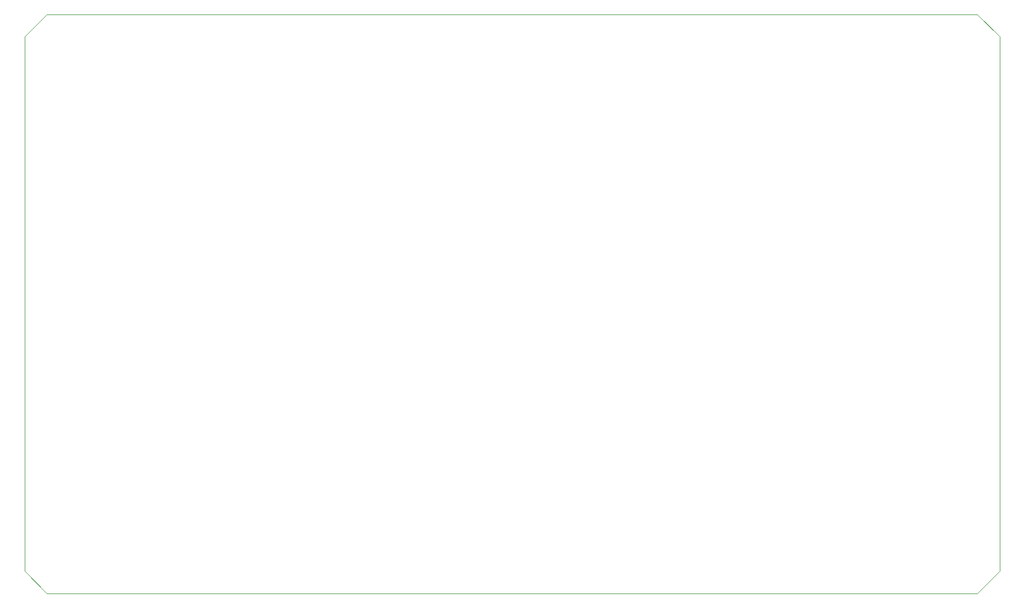
<source format=gbr>
%TF.GenerationSoftware,KiCad,Pcbnew,9.0.1*%
%TF.CreationDate,2025-10-25T17:54:32-05:00*%
%TF.ProjectId,MaxiCarrier,4d617869-4361-4727-9269-65722e6b6963,rev?*%
%TF.SameCoordinates,Original*%
%TF.FileFunction,Profile,NP*%
%FSLAX46Y46*%
G04 Gerber Fmt 4.6, Leading zero omitted, Abs format (unit mm)*
G04 Created by KiCad (PCBNEW 9.0.1) date 2025-10-25 17:54:32*
%MOMM*%
%LPD*%
G01*
G04 APERTURE LIST*
%TA.AperFunction,Profile*%
%ADD10C,0.050000*%
%TD*%
G04 APERTURE END LIST*
D10*
X177000000Y-118000000D02*
X30500000Y-118000000D01*
X180500000Y-30250000D02*
X180500000Y-114500000D01*
X30500000Y-118000000D02*
X27000000Y-114500000D01*
X30500000Y-26750000D02*
X27000000Y-30250000D01*
X177000000Y-26750000D02*
X180500000Y-30250000D01*
X180500000Y-114500000D02*
X177000000Y-118000000D01*
X27000000Y-30250000D02*
X27000000Y-114500000D01*
X177000000Y-26750000D02*
X30500000Y-26750000D01*
M02*

</source>
